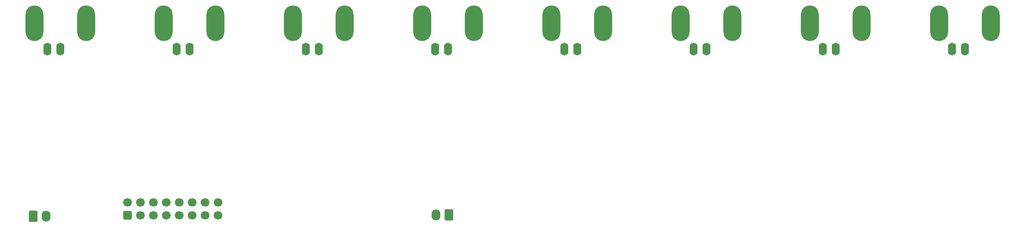
<source format=gbr>
%TF.GenerationSoftware,KiCad,Pcbnew,(5.1.10-1-10_14)*%
%TF.CreationDate,2021-10-07T18:44:58-04:00*%
%TF.ProjectId,BufferBox,42756666-6572-4426-9f78-2e6b69636164,1.1*%
%TF.SameCoordinates,Original*%
%TF.FileFunction,Soldermask,Bot*%
%TF.FilePolarity,Negative*%
%FSLAX46Y46*%
G04 Gerber Fmt 4.6, Leading zero omitted, Abs format (unit mm)*
G04 Created by KiCad (PCBNEW (5.1.10-1-10_14)) date 2021-10-07 18:44:58*
%MOMM*%
%LPD*%
G01*
G04 APERTURE LIST*
%ADD10C,1.700000*%
%ADD11O,1.740000X2.190000*%
%ADD12O,1.600000X2.500000*%
%ADD13O,3.500000X7.000000*%
G04 APERTURE END LIST*
D10*
%TO.C,J10*%
X90180000Y-108060000D03*
X87640000Y-108060000D03*
X85100000Y-108060000D03*
X82560000Y-108060000D03*
X80020000Y-108060000D03*
X77480000Y-108060000D03*
X74940000Y-108060000D03*
X72400000Y-108060000D03*
X90180000Y-110600000D03*
X87640000Y-110600000D03*
X85100000Y-110600000D03*
X82560000Y-110600000D03*
X80020000Y-110600000D03*
X77480000Y-110600000D03*
X74940000Y-110600000D03*
G36*
G01*
X73000000Y-111450000D02*
X71800000Y-111450000D01*
G75*
G02*
X71550000Y-111200000I0J250000D01*
G01*
X71550000Y-110000000D01*
G75*
G02*
X71800000Y-109750000I250000J0D01*
G01*
X73000000Y-109750000D01*
G75*
G02*
X73250000Y-110000000I0J-250000D01*
G01*
X73250000Y-111200000D01*
G75*
G02*
X73000000Y-111450000I-250000J0D01*
G01*
G37*
%TD*%
D11*
%TO.C,J9*%
X56440000Y-110800000D03*
G36*
G01*
X53030000Y-111645001D02*
X53030000Y-109954999D01*
G75*
G02*
X53279999Y-109705000I249999J0D01*
G01*
X54520001Y-109705000D01*
G75*
G02*
X54770000Y-109954999I0J-249999D01*
G01*
X54770000Y-111645001D01*
G75*
G02*
X54520001Y-111895000I-249999J0D01*
G01*
X53279999Y-111895000D01*
G75*
G02*
X53030000Y-111645001I0J249999D01*
G01*
G37*
%TD*%
%TO.C,J8*%
X133060000Y-110500000D03*
G36*
G01*
X136470000Y-109654999D02*
X136470000Y-111345001D01*
G75*
G02*
X136220001Y-111595000I-249999J0D01*
G01*
X134979999Y-111595000D01*
G75*
G02*
X134730000Y-111345001I0J249999D01*
G01*
X134730000Y-109654999D01*
G75*
G02*
X134979999Y-109405000I249999J0D01*
G01*
X136220001Y-109405000D01*
G75*
G02*
X136470000Y-109654999I0J-249999D01*
G01*
G37*
%TD*%
D12*
%TO.C,J7*%
X234460000Y-77900000D03*
X237000000Y-77900000D03*
D13*
X242080000Y-72820000D03*
X231920000Y-72820000D03*
%TD*%
D12*
%TO.C,J6*%
X209060000Y-77900000D03*
X211600000Y-77900000D03*
D13*
X216680000Y-72820000D03*
X206520000Y-72820000D03*
%TD*%
D12*
%TO.C,J5*%
X183660000Y-77900000D03*
X186200000Y-77900000D03*
D13*
X191280000Y-72820000D03*
X181120000Y-72820000D03*
%TD*%
D12*
%TO.C,J4*%
X158260000Y-77900000D03*
X160800000Y-77900000D03*
D13*
X165880000Y-72820000D03*
X155720000Y-72820000D03*
%TD*%
D12*
%TO.C,J3*%
X132860000Y-77900000D03*
X135400000Y-77900000D03*
D13*
X140480000Y-72820000D03*
X130320000Y-72820000D03*
%TD*%
D12*
%TO.C,J2*%
X107460000Y-77900000D03*
X110000000Y-77900000D03*
D13*
X115080000Y-72820000D03*
X104920000Y-72820000D03*
%TD*%
D12*
%TO.C,J1*%
X82060000Y-77900000D03*
X84600000Y-77900000D03*
D13*
X89680000Y-72820000D03*
X79520000Y-72820000D03*
%TD*%
D12*
%TO.C,J0*%
X56660000Y-77900000D03*
X59200000Y-77900000D03*
D13*
X64280000Y-72820000D03*
X54120000Y-72820000D03*
%TD*%
M02*

</source>
